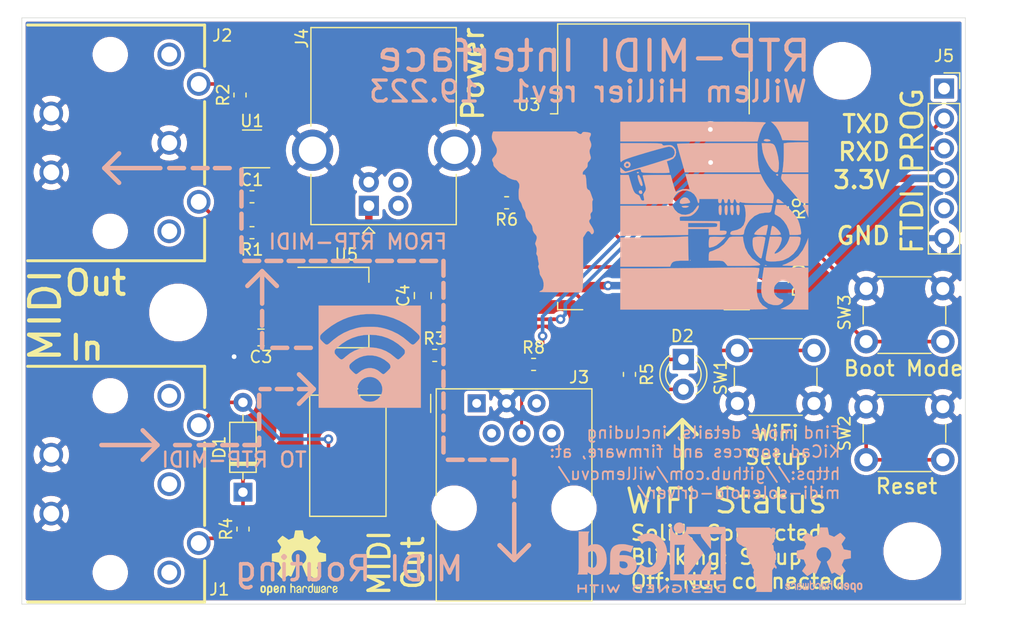
<source format=kicad_pcb>
(kicad_pcb (version 20171130) (host pcbnew "(5.1.2)-2")
  (layers (0 F.Cu signal) (31 B.Cu signal) (34 B.Paste user) (35 F.Paste user) (36 B.SilkS user) (37 F.SilkS user) (38 B.Mask user) (39 F.Mask user) (44 Edge.Cuts user))
  (net 0 "")
  (net 1 +5V)
  (net 2 GND)
  (net 3 +3V3)
  (net 4 "Net-(D1-Pad1)")
  (net 5 "Net-(D1-Pad2)")
  (net 6 /WIFI_STATUS)
  (net 7 "Net-(D2-Pad2)")
  (net 8 "Net-(J1-Pad4)")
  (net 9 "Net-(J2-Pad4)")
  (net 10 "Net-(J2-Pad5)")
  (net 11 "Net-(J3-Pad4)")
  (net 12 /RJ12_MIDI_OUT)
  (net 13 /MIDI_IN)
  (net 14 "Net-(R2-Pad1)")
  (net 15 "Net-(R6-Pad1)")
  (net 16 /RST)
  (net 17 /GPIO0)
  (net 18 "Net-(R10-Pad1)")
  (net 19 /WIFI_CONFIG)
  (net 20 /MIDI_OUT)
  (net 21 "Net-(U1-Pad3)")
  (module Symbol:KiCad-Logo2_5mm_SilkScreen (layer B.Cu) (at 98.4 105.8 180)
    (fp_text reference REF** hide)
    (fp_text value KiCad-Logo2_5mm_SilkScreen hide)
  )
  (module footprints:vtLogo5.7mm (layer B.Cu) (at 107.2 106 180)
    (fp_text reference G*** hide)
    (fp_text value LOGO hide)
  )
  (module footprints:vtLogo15mm (layer B.Cu) (at 89 76.5 180)
    (fp_text reference G*** hide)
    (fp_text value LOGO hide)
  )
  (module Symbol:OSHW-Logo2_7.3x6mm_SilkScreen (layer B.Cu) (at 113 106 180)
    (fp_text reference REF** hide)
    (fp_text value OSHW-Logo2_7.3x6mm_SilkScreen hide)
  )
  (module Symbol:OSHW-Logo2_7.3x6mm_SilkScreen (layer F.Cu) (at 68.5 106.25)
    (fp_text reference REF** hide)
    (fp_text value OSHW-Logo2_7.3x6mm_SilkScreen hide)
  )
  (module footprints:wifi-symbol (layer B.Cu) (at 74.5 88.75 180)
    (fp_text reference G*** hide)
    (fp_text value LOGO hide)
  )
  (module footprints:willemhillier.wordpress-logo (layer B.Cu) (at 103.75 76.75 180)
    (fp_text reference G*** hide)
    (fp_text value LOGO hide)
  )
  (module Button_Switch_THT:SW_PUSH_6mm_H9.5mm (layer F.Cu) (at 105.664 88.222)
    (fp_text reference SW1 (at -1.414 2.278 90) (layer F.SilkS))
    (fp_text value WIFI_CONFIG)
    (pad 2 thru_hole circle (at 0 4.5 90) (size 2 2) (drill 1.1) (layers *.Cu *.Mask) (net 2 GND))
    (pad 1 thru_hole circle (at 0 0 90) (size 2 2) (drill 1.1) (layers *.Cu *.Mask) (net 19 /WIFI_CONFIG))
    (pad 2 thru_hole circle (at 6.5 4.5 90) (size 2 2) (drill 1.1) (layers *.Cu *.Mask) (net 2 GND))
    (pad 1 thru_hole circle (at 6.5 0 90) (size 2 2) (drill 1.1) (layers *.Cu *.Mask) (net 19 /WIFI_CONFIG))
  )
  (module MountingHole:MountingHole_4.3mm_M4 (layer F.Cu) (at 120.5 105.25)
    (fp_text reference REF** hide)
    (fp_text value MountingHole_4.3mm_M4)
    (pad 1 np_thru_hole circle (at 0 0) (size 4.3 4.3) (drill 4.3) (layers *.Cu *.Mask))
  )
  (module MountingHole:MountingHole_4.3mm_M4 (layer F.Cu) (at 114.554 64.5)
    (fp_text reference REF** hide)
    (fp_text value MountingHole_4.3mm_M4)
    (pad 1 np_thru_hole circle (at 0 0) (size 4.3 4.3) (drill 4.3) (layers *.Cu *.Mask))
  )
  (module MountingHole:MountingHole_4.3mm_M4 (layer F.Cu) (at 58.25 85)
    (fp_text reference REF** hide)
    (fp_text value MountingHole_4.3mm_M4)
    (pad 1 np_thru_hole circle (at 0 0) (size 4.3 4.3) (drill 4.3) (layers *.Cu *.Mask))
  )
  (module Capacitor_SMD:C_0603_1608Metric (layer F.Cu) (at 64.516 75.184)
    (fp_text reference C1 (at 0 -1.43) (layer F.SilkS))
    (fp_text value 0.1u)
    (pad 1 smd roundrect (at -0.7875 0) (size 0.875 0.95) (layers F.Cu F.Paste F.Mask) (net 1 +5V))
    (pad 2 smd roundrect (at 0.7875 0) (size 0.875 0.95) (layers F.Cu F.Paste F.Mask) (net 2 GND))
  )
  (module Capacitor_SMD:C_0805_2012Metric (layer F.Cu) (at 65.278 87.122 180)
    (fp_text reference C3 (at 0 -1.65) (layer F.SilkS))
    (fp_text value 10u)
    (pad 2 smd roundrect (at 0.9375 0 180) (size 0.975 1.4) (layers F.Cu F.Paste F.Mask) (net 2 GND))
    (pad 1 smd roundrect (at -0.9375 0 180) (size 0.975 1.4) (layers F.Cu F.Paste F.Mask) (net 1 +5V))
  )
  (module Capacitor_SMD:C_0805_2012Metric (layer F.Cu) (at 78.994 83.566 90)
    (fp_text reference C4 (at 0 -1.65 90) (layer F.SilkS))
    (fp_text value 10u)
    (pad 1 smd roundrect (at -0.9375 0 90) (size 0.975 1.4) (layers F.Cu F.Paste F.Mask) (net 3 +3V3))
    (pad 2 smd roundrect (at 0.9375 0 90) (size 0.975 1.4) (layers F.Cu F.Paste F.Mask) (net 2 GND))
  )
  (module Diode_THT:D_DO-35_SOD27_P7.62mm_Horizontal (layer F.Cu) (at 63.75 100.25 90)
    (fp_text reference D1 (at 3.81 -2 90) (layer F.SilkS))
    (fp_text value 1N914)
    (pad 1 thru_hole rect (at 0 0 90) (size 1.6 1.6) (drill 0.8) (layers *.Cu *.Mask) (net 4 "Net-(D1-Pad1)"))
    (pad 2 thru_hole oval (at 7.62 0 90) (size 1.6 1.6) (drill 0.8) (layers *.Cu *.Mask) (net 5 "Net-(D1-Pad2)"))
  )
  (module LED_THT:LED_D3.0mm (layer F.Cu) (at 101.092 88.984 270)
    (fp_text reference D2 (at -1.984 0.092) (layer F.SilkS))
    (fp_text value LED)
    (pad 1 thru_hole rect (at 0 0 270) (size 1.8 1.8) (drill 0.9) (layers *.Cu *.Mask) (net 6 /WIFI_STATUS))
    (pad 2 thru_hole circle (at 2.54 0 270) (size 1.8 1.8) (drill 0.9) (layers *.Cu *.Mask) (net 7 "Net-(D2-Pad2)"))
  )
  (module footprints:57PC5F_5_DIN_MIDI_GENERIC (layer F.Cu) (at 57.5 99.568)
    (fp_text reference J1 (at 4.25 8.932) (layer F.SilkS))
    (fp_text value MIDI_RX)
    (pad 2 thru_hole circle (at 0 0) (size 2 2) (drill 1.35) (layers *.Cu *.Mask))
    (pad 3 thru_hole circle (at 0 -7.5) (size 2 2) (drill 1.35) (layers *.Cu *.Mask))
    (pad 1 thru_hole circle (at 0 7.5) (size 2 2) (drill 1.35) (layers *.Cu *.Mask))
    (pad 5 thru_hole circle (at 2.5 -5) (size 2 2) (drill 1.35) (layers *.Cu *.Mask) (net 5 "Net-(D1-Pad2)"))
    (pad 4 thru_hole circle (at 2.5 5) (size 2 2) (drill 1.35) (layers *.Cu *.Mask) (net 8 "Net-(J1-Pad4)"))
    (pad GND thru_hole circle (at -10 -2.5) (size 2 2) (drill 1.35) (layers *.Cu *.Mask) (net 2 GND))
    (pad GND thru_hole circle (at -10 2.5) (size 2 2) (drill 1.35) (layers *.Cu *.Mask) (net 2 GND))
    (pad "" np_thru_hole circle (at -5 -7.5 90) (size 2.4 2.4) (drill 2.4) (layers *.Cu *.Mask))
    (pad "" np_thru_hole circle (at -5 7.5) (size 2.4 2.4) (drill 2.4) (layers *.Cu *.Mask))
  )
  (module footprints:57PC5F_5_DIN_MIDI_GENERIC (layer F.Cu) (at 57.5 70.612)
    (fp_text reference J2 (at 4.5 -9.112) (layer F.SilkS))
    (fp_text value MIDI_TX)
    (pad "" np_thru_hole circle (at -5 7.5) (size 2.4 2.4) (drill 2.4) (layers *.Cu *.Mask))
    (pad "" np_thru_hole circle (at -5 -7.5 90) (size 2.4 2.4) (drill 2.4) (layers *.Cu *.Mask))
    (pad GND thru_hole circle (at -10 2.5) (size 2 2) (drill 1.35) (layers *.Cu *.Mask) (net 2 GND))
    (pad GND thru_hole circle (at -10 -2.5) (size 2 2) (drill 1.35) (layers *.Cu *.Mask) (net 2 GND))
    (pad 4 thru_hole circle (at 2.5 5) (size 2 2) (drill 1.35) (layers *.Cu *.Mask) (net 9 "Net-(J2-Pad4)"))
    (pad 5 thru_hole circle (at 2.5 -5) (size 2 2) (drill 1.35) (layers *.Cu *.Mask) (net 10 "Net-(J2-Pad5)"))
    (pad 1 thru_hole circle (at 0 7.5) (size 2 2) (drill 1.35) (layers *.Cu *.Mask))
    (pad 3 thru_hole circle (at 0 -7.5) (size 2 2) (drill 1.35) (layers *.Cu *.Mask))
    (pad 2 thru_hole circle (at 0 0) (size 2 2) (drill 1.35) (layers *.Cu *.Mask) (net 2 GND))
  )
  (module footprints:RJ12_Amphenol_54601 (layer F.Cu) (at 83.566 92.71)
    (fp_text reference J3 (at 8.684 -2.21 180) (layer F.SilkS))
    (fp_text value 6P6C)
    (pad "" np_thru_hole circle (at 8.25 8.89) (size 3.25 3.25) (drill 3.25) (layers *.Cu *.Mask))
    (pad 6 thru_hole circle (at 6.35 2.54) (size 1.52 1.52) (drill 0.76) (layers *.Cu *.Mask))
    (pad 5 thru_hole circle (at 5.08 0) (size 1.52 1.52) (drill 0.76) (layers *.Cu *.Mask))
    (pad 4 thru_hole circle (at 3.81 2.54) (size 1.52 1.52) (drill 0.76) (layers *.Cu *.Mask) (net 11 "Net-(J3-Pad4)"))
    (pad 3 thru_hole circle (at 2.54 0) (size 1.52 1.52) (drill 0.76) (layers *.Cu *.Mask) (net 2 GND))
    (pad 2 thru_hole circle (at 1.27 2.54) (size 1.52 1.52) (drill 0.76) (layers *.Cu *.Mask))
    (pad "" np_thru_hole circle (at -1.91 8.89) (size 3.25 3.25) (drill 3.25) (layers *.Cu *.Mask))
    (pad 1 thru_hole rect (at 0 0) (size 1.52 1.52) (drill 0.76) (layers *.Cu *.Mask))
  )
  (module Connector_USB:USB_B_OST_USB-B1HSxx_Horizontal (layer F.Cu) (at 74.422 75.946 90)
    (fp_text reference J4 (at 14.196 -5.672 90) (layer F.SilkS))
    (fp_text value USB_B)
    (pad 1 thru_hole rect (at 0 0 90) (size 1.7 1.7) (drill 0.92) (layers *.Cu *.Mask) (net 1 +5V))
    (pad 2 thru_hole circle (at 0 2.5 90) (size 1.7 1.7) (drill 0.92) (layers *.Cu *.Mask))
    (pad 3 thru_hole circle (at 2 2.5 90) (size 1.7 1.7) (drill 0.92) (layers *.Cu *.Mask))
    (pad 4 thru_hole circle (at 2 0 90) (size 1.7 1.7) (drill 0.92) (layers *.Cu *.Mask) (net 2 GND))
    (pad 5 thru_hole circle (at 4.71 -4.77 90) (size 3.5 3.5) (drill 2.33) (layers *.Cu *.Mask) (net 2 GND))
    (pad 5 thru_hole circle (at 4.71 7.27 90) (size 3.5 3.5) (drill 2.33) (layers *.Cu *.Mask) (net 2 GND))
  )
  (module Connector_PinSocket_2.54mm:PinSocket_1x06_P2.54mm_Vertical (layer F.Cu) (at 123.19 66)
    (fp_text reference J5 (at 0 -2.77) (layer F.SilkS))
    (fp_text value FTDI)
    (pad 1 thru_hole rect (at 0 0) (size 1.7 1.7) (drill 1) (layers *.Cu *.Mask))
    (pad 2 thru_hole oval (at 0 2.54) (size 1.7 1.7) (drill 1) (layers *.Cu *.Mask) (net 12 /RJ12_MIDI_OUT))
    (pad 3 thru_hole oval (at 0 5.08) (size 1.7 1.7) (drill 1) (layers *.Cu *.Mask) (net 13 /MIDI_IN))
    (pad 4 thru_hole oval (at 0 7.62) (size 1.7 1.7) (drill 1) (layers *.Cu *.Mask) (net 3 +3V3))
    (pad 5 thru_hole oval (at 0 10.16) (size 1.7 1.7) (drill 1) (layers *.Cu *.Mask))
    (pad 6 thru_hole oval (at 0 12.7) (size 1.7 1.7) (drill 1) (layers *.Cu *.Mask) (net 2 GND))
  )
  (module Resistor_SMD:R_0603_1608Metric (layer F.Cu) (at 64.516 78.232 180)
    (fp_text reference R1 (at 0 -1.43) (layer F.SilkS))
    (fp_text value 220)
    (pad 2 smd roundrect (at 0.7875 0 180) (size 0.875 0.95) (layers F.Cu F.Paste F.Mask) (net 9 "Net-(J2-Pad4)"))
    (pad 1 smd roundrect (at -0.7875 0 180) (size 0.875 0.95) (layers F.Cu F.Paste F.Mask) (net 1 +5V))
  )
  (module Resistor_SMD:R_0603_1608Metric (layer F.Cu) (at 63.5 66.548 90)
    (fp_text reference R2 (at 0 -1.43 90) (layer F.SilkS))
    (fp_text value 220)
    (pad 1 smd roundrect (at -0.7875 0 90) (size 0.875 0.95) (layers F.Cu F.Paste F.Mask) (net 14 "Net-(R2-Pad1)"))
    (pad 2 smd roundrect (at 0.7875 0 90) (size 0.875 0.95) (layers F.Cu F.Paste F.Mask) (net 10 "Net-(J2-Pad5)"))
  )
  (module Resistor_SMD:R_0603_1608Metric (layer F.Cu) (at 80.01 88.646)
    (fp_text reference R3 (at 0 -1.43) (layer F.SilkS))
    (fp_text value 470)
    (pad 2 smd roundrect (at 0.7875 0) (size 0.875 0.95) (layers F.Cu F.Paste F.Mask) (net 13 /MIDI_IN))
    (pad 1 smd roundrect (at -0.7875 0) (size 0.875 0.95) (layers F.Cu F.Paste F.Mask) (net 3 +3V3))
  )
  (module Resistor_SMD:R_0603_1608Metric (layer F.Cu) (at 63.754 103.378 90)
    (fp_text reference R4 (at 0 -1.43 90) (layer F.SilkS))
    (fp_text value 1k)
    (pad 1 smd roundrect (at -0.7875 0 90) (size 0.875 0.95) (layers F.Cu F.Paste F.Mask) (net 8 "Net-(J1-Pad4)"))
    (pad 2 smd roundrect (at 0.7875 0 90) (size 0.875 0.95) (layers F.Cu F.Paste F.Mask) (net 4 "Net-(D1-Pad1)"))
  )
  (module Resistor_SMD:R_0603_1608Metric (layer F.Cu) (at 96.52 90.254 270)
    (fp_text reference R5 (at 0 -1.48 90) (layer F.SilkS))
    (fp_text value 1k)
    (pad 2 smd roundrect (at 0.7875 0 270) (size 0.875 0.95) (layers F.Cu F.Paste F.Mask) (net 7 "Net-(D2-Pad2)"))
    (pad 1 smd roundrect (at -0.7875 0 270) (size 0.875 0.95) (layers F.Cu F.Paste F.Mask) (net 3 +3V3))
  )
  (module Resistor_SMD:R_0603_1608Metric (layer F.Cu) (at 86.106 75.692 180)
    (fp_text reference R6 (at 0 -1.43) (layer F.SilkS))
    (fp_text value 10k)
    (pad 1 smd roundrect (at -0.7875 0 180) (size 0.875 0.95) (layers F.Cu F.Paste F.Mask) (net 15 "Net-(R6-Pad1)"))
    (pad 2 smd roundrect (at 0.7875 0 180) (size 0.875 0.95) (layers F.Cu F.Paste F.Mask) (net 3 +3V3))
  )
  (module Resistor_SMD:R_0603_1608Metric (layer F.Cu) (at 86.106 72.644)
    (fp_text reference R7 (at 0 -1.43) (layer F.SilkS))
    (fp_text value 10k)
    (pad 2 smd roundrect (at 0.7875 0) (size 0.875 0.95) (layers F.Cu F.Paste F.Mask) (net 16 /RST))
    (pad 1 smd roundrect (at -0.7875 0) (size 0.875 0.95) (layers F.Cu F.Paste F.Mask) (net 3 +3V3))
  )
  (module Resistor_SMD:R_0603_1608Metric (layer F.Cu) (at 88.392 89.408)
    (fp_text reference R8 (at 0 -1.43) (layer F.SilkS))
    (fp_text value 330)
    (pad 1 smd roundrect (at -0.7875 0) (size 0.875 0.95) (layers F.Cu F.Paste F.Mask) (net 11 "Net-(J3-Pad4)"))
    (pad 2 smd roundrect (at 0.7875 0) (size 0.875 0.95) (layers F.Cu F.Paste F.Mask) (net 12 /RJ12_MIDI_OUT))
  )
  (module Resistor_SMD:R_0603_1608Metric (layer F.Cu) (at 109.474 76.2 270)
    (fp_text reference R9 (at 0 -1.43 90) (layer F.SilkS))
    (fp_text value 10k)
    (pad 2 smd roundrect (at 0.7875 0 270) (size 0.875 0.95) (layers F.Cu F.Paste F.Mask) (net 17 /GPIO0))
    (pad 1 smd roundrect (at -0.7875 0 270) (size 0.875 0.95) (layers F.Cu F.Paste F.Mask) (net 3 +3V3))
  )
  (module Resistor_SMD:R_0603_1608Metric (layer F.Cu) (at 109.474 82.296 270)
    (fp_text reference R10 (at 0 -1.43 90) (layer F.SilkS))
    (fp_text value 10k)
    (pad 1 smd roundrect (at -0.7875 0 270) (size 0.875 0.95) (layers F.Cu F.Paste F.Mask) (net 18 "Net-(R10-Pad1)"))
    (pad 2 smd roundrect (at 0.7875 0 270) (size 0.875 0.95) (layers F.Cu F.Paste F.Mask) (net 2 GND))
  )
  (module Button_Switch_THT:SW_PUSH_6mm_H9.5mm (layer F.Cu) (at 116.586 93)
    (fp_text reference SW2 (at -1.836 2.25 90) (layer F.SilkS))
    (fp_text value RESET)
    (pad 2 thru_hole circle (at 0 4.5 90) (size 2 2) (drill 1.1) (layers *.Cu *.Mask) (net 16 /RST))
    (pad 1 thru_hole circle (at 0 0 90) (size 2 2) (drill 1.1) (layers *.Cu *.Mask) (net 2 GND))
    (pad 2 thru_hole circle (at 6.5 4.5 90) (size 2 2) (drill 1.1) (layers *.Cu *.Mask) (net 16 /RST))
    (pad 1 thru_hole circle (at 6.5 0 90) (size 2 2) (drill 1.1) (layers *.Cu *.Mask) (net 2 GND))
  )
  (module Button_Switch_THT:SW_PUSH_6mm_H9.5mm (layer F.Cu) (at 116.586 82.972)
    (fp_text reference SW3 (at -1.836 2.028 90) (layer F.SilkS))
    (fp_text value BOOT_MODE)
    (pad 1 thru_hole circle (at 6.5 0 90) (size 2 2) (drill 1.1) (layers *.Cu *.Mask) (net 2 GND))
    (pad 2 thru_hole circle (at 6.5 4.5 90) (size 2 2) (drill 1.1) (layers *.Cu *.Mask) (net 17 /GPIO0))
    (pad 1 thru_hole circle (at 0 0 90) (size 2 2) (drill 1.1) (layers *.Cu *.Mask) (net 2 GND))
    (pad 2 thru_hole circle (at 0 4.5 90) (size 2 2) (drill 1.1) (layers *.Cu *.Mask) (net 17 /GPIO0))
  )
  (module Package_DIP:SMDIP-8_W9.53mm (layer F.Cu) (at 72.644 97.155)
    (fp_text reference U2 (at 0 -6.14) (layer F.SilkS))
    (fp_text value 6N138)
    (pad 1 smd rect (at -4.765 -3.81) (size 2 1.78) (layers F.Cu F.Paste F.Mask))
    (pad 5 smd rect (at 4.765 3.81) (size 2 1.78) (layers F.Cu F.Paste F.Mask) (net 2 GND))
    (pad 2 smd rect (at -4.765 -1.27) (size 2 1.78) (layers F.Cu F.Paste F.Mask) (net 4 "Net-(D1-Pad1)"))
    (pad 6 smd rect (at 4.765 1.27) (size 2 1.78) (layers F.Cu F.Paste F.Mask) (net 13 /MIDI_IN))
    (pad 3 smd rect (at -4.765 1.27) (size 2 1.78) (layers F.Cu F.Paste F.Mask) (net 5 "Net-(D1-Pad2)"))
    (pad 7 smd rect (at 4.765 -1.27) (size 2 1.78) (layers F.Cu F.Paste F.Mask))
    (pad 4 smd rect (at -4.765 3.81) (size 2 1.78) (layers F.Cu F.Paste F.Mask))
    (pad 8 smd rect (at 4.765 -3.81) (size 2 1.78) (layers F.Cu F.Paste F.Mask) (net 3 +3V3))
  )
  (module RF_Module:ESP-12E (layer F.Cu) (at 98.552 72.644)
    (fp_text reference U3 (at -10.56 -5.26) (layer F.SilkS))
    (fp_text value ESP-12F)
    (pad 1 smd rect (at -7.6 -3.5) (size 2.5 1) (layers F.Cu F.Paste F.Mask) (net 16 /RST))
    (pad 2 smd rect (at -7.6 -1.5) (size 2.5 1) (layers F.Cu F.Paste F.Mask))
    (pad 3 smd rect (at -7.6 0.5) (size 2.5 1) (layers F.Cu F.Paste F.Mask) (net 15 "Net-(R6-Pad1)"))
    (pad 4 smd rect (at -7.6 2.5) (size 2.5 1) (layers F.Cu F.Paste F.Mask))
    (pad 5 smd rect (at -7.6 4.5) (size 2.5 1) (layers F.Cu F.Paste F.Mask) (net 19 /WIFI_CONFIG))
    (pad 6 smd rect (at -7.6 6.5) (size 2.5 1) (layers F.Cu F.Paste F.Mask))
    (pad 7 smd rect (at -7.6 8.5) (size 2.5 1) (layers F.Cu F.Paste F.Mask) (net 6 /WIFI_STATUS))
    (pad 8 smd rect (at -7.6 10.5) (size 2.5 1) (layers F.Cu F.Paste F.Mask) (net 3 +3V3))
    (pad 9 smd rect (at -5 12) (size 1 1.8) (layers F.Cu F.Paste F.Mask))
    (pad 10 smd rect (at -3 12) (size 1 1.8) (layers F.Cu F.Paste F.Mask))
    (pad 11 smd rect (at -1 12) (size 1 1.8) (layers F.Cu F.Paste F.Mask))
    (pad 12 smd rect (at 1 12) (size 1 1.8) (layers F.Cu F.Paste F.Mask))
    (pad 13 smd rect (at 3 12) (size 1 1.8) (layers F.Cu F.Paste F.Mask))
    (pad 14 smd rect (at 5 12) (size 1 1.8) (layers F.Cu F.Paste F.Mask))
    (pad 15 smd rect (at 7.6 10.5) (size 2.5 1) (layers F.Cu F.Paste F.Mask) (net 2 GND))
    (pad 16 smd rect (at 7.6 8.5) (size 2.5 1) (layers F.Cu F.Paste F.Mask) (net 18 "Net-(R10-Pad1)"))
    (pad 17 smd rect (at 7.6 6.5) (size 2.5 1) (layers F.Cu F.Paste F.Mask) (net 20 /MIDI_OUT))
    (pad 18 smd rect (at 7.6 4.5) (size 2.5 1) (layers F.Cu F.Paste F.Mask) (net 17 /GPIO0))
    (pad 19 smd rect (at 7.6 2.5) (size 2.5 1) (layers F.Cu F.Paste F.Mask))
    (pad 20 smd rect (at 7.6 0.5) (size 2.5 1) (layers F.Cu F.Paste F.Mask))
    (pad 21 smd rect (at 7.6 -1.5) (size 2.5 1) (layers F.Cu F.Paste F.Mask) (net 13 /MIDI_IN))
    (pad 22 smd rect (at 7.6 -3.5) (size 2.5 1) (layers F.Cu F.Paste F.Mask) (net 12 /RJ12_MIDI_OUT))
  )
  (module Package_TO_SOT_SMD:SOT-223-3_TabPin2 (layer F.Cu) (at 72.517 84.582)
    (fp_text reference U5 (at 0 -4.5) (layer F.SilkS))
    (fp_text value AZ1117-3.3)
    (pad 2 smd rect (at 3.15 0) (size 2 3.8) (layers F.Cu F.Paste F.Mask) (net 3 +3V3))
    (pad 2 smd rect (at -3.15 0) (size 2 1.5) (layers F.Cu F.Paste F.Mask) (net 3 +3V3))
    (pad 3 smd rect (at -3.15 2.3) (size 2 1.5) (layers F.Cu F.Paste F.Mask) (net 1 +5V))
    (pad 1 smd rect (at -3.15 -2.3) (size 2 1.5) (layers F.Cu F.Paste F.Mask) (net 2 GND))
  )
  (module Package_SO:TSOP-6_1.65x3.05mm_P0.95mm (layer F.Cu) (at 64.516 71.12 180)
    (fp_text reference U1 (at 0 2.37) (layer F.SilkS))
    (fp_text value 74HC2G04)
    (pad 1 smd rect (at -1.16 -0.95 180) (size 0.7 0.51) (layers F.Cu F.Paste F.Mask) (net 20 /MIDI_OUT))
    (pad 2 smd rect (at -1.16 0 180) (size 0.7 0.51) (layers F.Cu F.Paste F.Mask) (net 2 GND))
    (pad 3 smd rect (at -1.16 0.95 180) (size 0.7 0.51) (layers F.Cu F.Paste F.Mask) (net 21 "Net-(U1-Pad3)"))
    (pad 4 smd rect (at 1.16 0.95 180) (size 0.7 0.51) (layers F.Cu F.Paste F.Mask) (net 14 "Net-(R2-Pad1)"))
    (pad 5 smd rect (at 1.16 0 180) (size 0.7 0.51) (layers F.Cu F.Paste F.Mask) (net 1 +5V))
    (pad 6 smd rect (at 1.16 -0.95 180) (size 0.7 0.51) (layers F.Cu F.Paste F.Mask) (net 21 "Net-(U1-Pad3)"))
  )
  (gr_text "Find more details, including \nKiCad sources and firmware, at:" (at 114.5 96) (layer B.SilkS) (effects (font (size 1 1)) (justify left mirror)))
  (gr_text "https://github.com/willemcvu/\nmidi-solenoid-driver/" (at 114.5 99.5) (layer B.SilkS) (effects (font (size 1 1)) (justify left mirror)))
  (gr_text "MIDI Routing" (at 72.75 106.75) (layer B.SilkS) (effects (font (size 2.032 2.032) (thickness 0.3048)) (justify mirror)))
  (gr_line (start 65.25 91.5) (end 66 91.5) (layer B.SilkS) (width 0.381))
  (gr_line (start 65.125 96.25) (end 65.125 95.625) (layer B.SilkS) (width 0.381))
  (gr_line (start 65.125 94.875) (end 65.125 93.625) (layer B.SilkS) (width 0.381))
  (gr_line (start 65.125 93) (end 65.125 92) (layer B.SilkS) (width 0.381))
  (gr_line (start 69.5 88) (end 68.25 88) (layer B.SilkS) (width 0.381))
  (gr_line (start 65.375 88) (end 65.375 86.75) (layer B.SilkS) (width 0.381))
  (gr_line (start 67.5 88) (end 66.25 88) (layer B.SilkS) (width 0.381))
  (gr_line (start 65.375 86.125) (end 65.375 84.875) (layer B.SilkS) (width 0.381))
  (gr_text "TO RTP-MIDI" (at 63 97.5) (layer B.SilkS) (effects (font (size 1.27 1.27) (thickness 0.2032)) (justify mirror)))
  (gr_text "FROM RTP-MIDI" (at 73.5 79) (layer B.SilkS) (effects (font (size 1.27 1.27) (thickness 0.2032)) (justify mirror)))
  (gr_line (start 65.75 80.625) (end 67 80.625) (layer B.SilkS) (width 0.381))
  (gr_line (start 63.875 80.625) (end 65.125 80.625) (layer B.SilkS) (width 0.381))
  (gr_line (start 63.625 77.875) (end 63.625 76.625) (layer B.SilkS) (width 0.381))
  (gr_line (start 63.625 76) (end 63.625 74.75) (layer B.SilkS) (width 0.381))
  (gr_line (start 63.625 74.125) (end 63.625 72.875) (layer B.SilkS) (width 0.381))
  (gr_line (start 63.625 79.875) (end 63.625 78.625) (layer B.SilkS) (width 0.381))
  (gr_line (start 65.375 81.5) (end 64.125 82.75) (layer B.SilkS) (width 0.381))
  (gr_line (start 65.375 81.5) (end 66.625 82.75) (layer B.SilkS) (width 0.381))
  (gr_line (start 69.75 91.5) (end 68.5 90.25) (layer B.SilkS) (width 0.381))
  (gr_line (start 69.75 91.5) (end 68.5 92.75) (layer B.SilkS) (width 0.381))
  (gr_line (start 65.375 81.5) (end 65.375 84.25) (layer B.SilkS) (width 0.381))
  (gr_line (start 67.625 80.625) (end 68.875 80.625) (layer B.SilkS) (width 0.381))
  (gr_line (start 75.125 80.625) (end 76.375 80.625) (layer B.SilkS) (width 0.381))
  (gr_line (start 73.25 80.625) (end 74.5 80.625) (layer B.SilkS) (width 0.381))
  (gr_line (start 78.875 80.625) (end 80.125 80.625) (layer B.SilkS) (width 0.381))
  (gr_line (start 77 80.625) (end 78.25 80.625) (layer B.SilkS) (width 0.381))
  (gr_line (start 71.375 80.625) (end 72.625 80.625) (layer B.SilkS) (width 0.381))
  (gr_line (start 69.5 80.625) (end 70.75 80.625) (layer B.SilkS) (width 0.381))
  (gr_line (start 80.75 82.5) (end 80.75 83.75) (layer B.SilkS) (width 0.381))
  (gr_line (start 80.75 80.625) (end 80.75 81.875) (layer B.SilkS) (width 0.381))
  (gr_line (start 80.75 84.375) (end 80.75 85.625) (layer B.SilkS) (width 0.381))
  (gr_line (start 59.5 72.75) (end 60.75 72.75) (layer B.SilkS) (width 0.381))
  (gr_line (start 57.5 72.75) (end 58.75 72.75) (layer B.SilkS) (width 0.381))
  (gr_line (start 61.375 72.75) (end 62.625 72.75) (layer B.SilkS) (width 0.381))
  (gr_line (start 58 96.25) (end 59.25 96.25) (layer B.SilkS) (width 0.381))
  (gr_line (start 80.75 87.5) (end 80.75 86.25) (layer B.SilkS) (width 0.381))
  (gr_line (start 80.75 89.375) (end 80.75 88.125) (layer B.SilkS) (width 0.381))
  (gr_line (start 80.75 91.25) (end 80.75 90) (layer B.SilkS) (width 0.381))
  (gr_line (start 80.75 93.125) (end 80.75 91.875) (layer B.SilkS) (width 0.381))
  (gr_line (start 82.375 97.5) (end 81.125 97.5) (layer B.SilkS) (width 0.381))
  (gr_line (start 84.25 97.5) (end 83 97.5) (layer B.SilkS) (width 0.381))
  (gr_line (start 86.125 97.5) (end 84.875 97.5) (layer B.SilkS) (width 0.381))
  (gr_line (start 80.75 96.875) (end 80.75 95.625) (layer B.SilkS) (width 0.381))
  (gr_line (start 80.75 95) (end 80.75 93.75) (layer B.SilkS) (width 0.381))
  (gr_line (start 86.75 98.75) (end 86.75 97.5) (layer B.SilkS) (width 0.381))
  (gr_line (start 86.75 100.625) (end 86.75 99.375) (layer B.SilkS) (width 0.381))
  (gr_line (start 63.875 96.25) (end 65.125 96.25) (layer B.SilkS) (width 0.381))
  (gr_line (start 68.5 91.5) (end 69.75 91.5) (layer B.SilkS) (width 0.381))
  (gr_line (start 66.625 91.5) (end 67.875 91.5) (layer B.SilkS) (width 0.381))
  (gr_line (start 62 96.25) (end 63.25 96.25) (layer B.SilkS) (width 0.381))
  (gr_line (start 60 96.25) (end 61.25 96.25) (layer B.SilkS) (width 0.381))
  (gr_line (start 86.75 106) (end 88 104.75) (layer B.SilkS) (width 0.381))
  (gr_line (start 86.75 106) (end 85.5 104.75) (layer B.SilkS) (width 0.381))
  (gr_line (start 86.75 101.25) (end 86.75 106) (layer B.SilkS) (width 0.381))
  (gr_line (start 56.5 96.25) (end 55.25 97.5) (layer B.SilkS) (width 0.381))
  (gr_line (start 56.5 96.25) (end 55.25 95) (layer B.SilkS) (width 0.381))
  (gr_line (start 51.75 96.25) (end 56.5 96.25) (layer B.SilkS) (width 0.381))
  (gr_line (start 52 72.75) (end 53.25 71.5) (layer B.SilkS) (width 0.381))
  (gr_line (start 52 72.75) (end 53.25 74) (layer B.SilkS) (width 0.381))
  (gr_line (start 56.75 72.75) (end 52 72.75) (layer B.SilkS) (width 0.381))
  (gr_text "Willem Hillier rev1  19.223" (at 93 66.25) (layer B.SilkS) (effects (font (size 1.778 1.778) (thickness 0.2794)) (justify mirror)))
  (gr_text "RTP-MIDI Interface" (at 93.5 63.25) (layer B.SilkS) (effects (font (size 2.54 2.54) (thickness 0.3556)) (justify mirror)))
  (gr_text Power (at 83.25 64.75 90) (layer F.SilkS) (effects (font (size 1.778 1.778) (thickness 0.2794))))
  (gr_line (start 101 94.1) (end 102.25 95.35) (layer F.SilkS) (width 0.3048))
  (gr_line (start 101 94.1) (end 99.75 95.35) (layer F.SilkS) (width 0.3048))
  (gr_line (start 101 98.25) (end 101 94.2) (layer F.SilkS) (width 0.3048))
  (gr_text "Solid: Connected\nBlinking: Setup\nOff: Not connected" (at 96.5 105.75) (layer F.SilkS) (effects (font (size 1.27 1.27) (thickness 0.2032)) (justify left)))
  (gr_text "WiFi\nSetup" (at 109 96.25) (layer F.SilkS) (effects (font (size 1.27 1.27) (thickness 0.2032))))
  (gr_text "WiFi Status" (at 104.75 101) (layer F.SilkS) (effects (font (size 2.032 2.032) (thickness 0.254))))
  (gr_text Reset (at 120 99.75) (layer F.SilkS) (effects (font (size 1.27 1.27) (thickness 0.2032))))
  (gr_text "Boot Mode" (at 119.75 89.75) (layer F.SilkS) (effects (font (size 1.27 1.27) (thickness 0.2032))))
  (gr_text "MIDI\nOut" (at 76.75 106.25 90) (layer F.SilkS) (effects (font (size 1.778 1.778) (thickness 0.2794))))
  (gr_text "FTDI PROG" (at 120.5 73 90) (layer F.SilkS) (effects (font (size 1.778 1.778) (thickness 0.254))))
  (gr_text "TXD\nRXD\n3.3V\n\nGND" (at 118.75 73.75) (layer F.SilkS) (effects (font (size 1.4732 1.4732) (thickness 0.254)) (justify right)))
  (gr_text MIDI (at 47 85.25 90) (layer F.SilkS) (effects (font (size 2.54 2.54) (thickness 0.3556))))
  (gr_text In (at 50.5 88) (layer F.SilkS) (effects (font (size 2.032 2.032) (thickness 0.3556))))
  (gr_text Out (at 51.25 82.5) (layer F.SilkS) (effects (font (size 2.032 2.032) (thickness 0.3556))))
  (gr_line (start 45 109.75) (end 45 60) (layer Edge.Cuts) (width 0.05))
  (gr_line (start 125 109.75) (end 45 109.75) (layer Edge.Cuts) (width 0.05))
  (gr_line (start 125 60) (end 125 109.75) (layer Edge.Cuts) (width 0.05))
  (gr_line (start 45 60) (end 125 60) (layer Edge.Cuts) (width 0.05))
  (segment (start 63.266888 74.722388) (end 63.7285 75.184) (width 0.635) (layer F.Cu) (net 1))
  (segment (start 62.488499 73.943999) (end 63.266888 74.722388) (width 0.635) (layer F.Cu) (net 1))
  (segment (start 62.488499 71.400999) (end 62.488499 73.943999) (width 0.635) (layer F.Cu) (net 1))
  (segment (start 62.769498 71.12) (end 62.488499 71.400999) (width 0.635) (layer F.Cu) (net 1))
  (segment (start 63.356 71.12) (end 62.769498 71.12) (width 0.635) (layer F.Cu) (net 1))
  (segment (start 63.7285 76.657) (end 65.3035 78.232) (width 0.635) (layer F.Cu) (net 1))
  (segment (start 63.7285 75.184) (end 63.7285 76.657) (width 0.635) (layer F.Cu) (net 1))
  (segment (start 74.422 77.431) (end 74.422 75.946) (width 0.635) (layer F.Cu) (net 1))
  (segment (start 73.621 78.232) (end 74.422 77.431) (width 0.635) (layer F.Cu) (net 1))
  (segment (start 65.3035 78.232) (end 73.621 78.232) (width 0.635) (layer F.Cu) (net 1))
  (segment (start 69.127 87.122) (end 69.367 86.882) (width 0.635) (layer F.Cu) (net 1))
  (segment (start 66.2155 87.122) (end 69.127 87.122) (width 0.635) (layer F.Cu) (net 1))
  (segment (start 66.2155 83.5345) (end 66.2155 87.122) (width 0.635) (layer F.Cu) (net 1))
  (segment (start 65.3035 78.232) (end 65.3035 82.6225) (width 0.635) (layer F.Cu) (net 1))
  (segment (start 65.3035 82.6225) (end 66.2155 83.5345) (width 0.635) (layer F.Cu) (net 1))
  (via (at 63 88.75) (size 0.8) (drill 0.4) (layers F.Cu B.Cu) (net 2))
  (segment (start 69.367 84.582) (end 75.667 84.582) (width 0.635) (layer F.Cu) (net 3))
  (segment (start 78.9155 84.582) (end 78.994 84.5035) (width 0.635) (layer F.Cu) (net 3))
  (segment (start 75.667 84.582) (end 78.9155 84.582) (width 0.635) (layer F.Cu) (net 3))
  (segment (start 77.409 90.4595) (end 79.2225 88.646) (width 0.635) (layer F.Cu) (net 3))
  (segment (start 77.409 93.345) (end 77.409 90.4595) (width 0.635) (layer F.Cu) (net 3))
  (segment (start 79.2225 84.732) (end 78.994 84.5035) (width 0.635) (layer F.Cu) (net 3))
  (segment (start 79.2225 88.646) (end 79.2225 84.732) (width 0.635) (layer F.Cu) (net 3))
  (segment (start 78.994 84.5035) (end 83.9965 84.5035) (width 0.635) (layer F.Cu) (net 3))
  (segment (start 85.356 83.144) (end 90.952 83.144) (width 0.635) (layer F.Cu) (net 3))
  (segment (start 83.9965 84.5035) (end 85.356 83.144) (width 0.635) (layer F.Cu) (net 3))
  (segment (start 85.3185 83.1065) (end 85.3185 75.692) (width 0.635) (layer F.Cu) (net 3))
  (segment (start 85.356 83.144) (end 85.3185 83.1065) (width 0.635) (layer F.Cu) (net 3))
  (segment (start 85.3185 72.644) (end 85.3185 75.692) (width 0.635) (layer F.Cu) (net 3))
  (via (at 94.7 82.725) (size 0.8) (drill 0.4) (layers F.Cu B.Cu) (net 3))
  (segment (start 94.7 82.725) (end 92.875 82.725) (width 0.635) (layer F.Cu) (net 3))
  (segment (start 92.875 82.725) (end 92.625 82.975) (width 0.635) (layer F.Cu) (net 3))
  (segment (start 91.121 82.975) (end 90.952 83.144) (width 0.635) (layer F.Cu) (net 3))
  (segment (start 92.625 82.975) (end 91.121 82.975) (width 0.635) (layer F.Cu) (net 3))
  (segment (start 95.945 89.4665) (end 96.52 89.4665) (width 0.3048) (layer F.Cu) (net 3))
  (segment (start 92.5068 83.9488) (end 92.5068 86.0283) (width 0.3048) (layer F.Cu) (net 3))
  (segment (start 91.702 83.144) (end 92.5068 83.9488) (width 0.3048) (layer F.Cu) (net 3))
  (segment (start 90.952 83.144) (end 91.702 83.144) (width 0.3048) (layer F.Cu) (net 3))
  (segment (start 92.5068 86.0283) (end 95.945 89.4665) (width 0.3048) (layer F.Cu) (net 3))
  (segment (start 111.2665 73.62) (end 123.19 73.62) (width 0.635) (layer F.Cu) (net 3))
  (segment (start 109.474 75.4125) (end 111.2665 73.62) (width 0.635) (layer F.Cu) (net 3))
  (segment (start 120.58 73.62) (end 123.19 73.62) (width 0.635) (layer B.Cu) (net 3))
  (segment (start 94.7 82.725) (end 111.475 82.725) (width 0.635) (layer B.Cu) (net 3))
  (segment (start 111.475 82.725) (end 120.58 73.62) (width 0.635) (layer B.Cu) (net 3))
  (segment (start 63.754 100.254) (end 63.75 100.25) (width 0.3048) (layer F.Cu) (net 4))
  (segment (start 63.754 102.5905) (end 63.754 100.254) (width 0.3048) (layer F.Cu) (net 4))
  (segment (start 67.0102 95.885) (end 67.879 95.885) (width 0.3048) (layer F.Cu) (net 4))
  (segment (start 63.75 99.1452) (end 67.0102 95.885) (width 0.3048) (layer F.Cu) (net 4))
  (segment (start 63.75 100.25) (end 63.75 99.1452) (width 0.3048) (layer F.Cu) (net 4))
  (segment (start 61.938 92.63) (end 63.75 92.63) (width 0.3048) (layer F.Cu) (net 5))
  (segment (start 60 94.568) (end 61.938 92.63) (width 0.3048) (layer F.Cu) (net 5))
  (segment (start 69.1838 98.425) (end 71 96.6088) (width 0.3048) (layer F.Cu) (net 5))
  (segment (start 67.879 98.425) (end 69.1838 98.425) (width 0.3048) (layer F.Cu) (net 5))
  (segment (start 71 96.6088) (end 71 95.75) (width 0.3048) (layer F.Cu) (net 5))
  (via (at 71 95.75) (size 0.8) (drill 0.4) (layers F.Cu B.Cu) (net 5))
  (segment (start 66.87 95.75) (end 71 95.75) (width 0.3048) (layer B.Cu) (net 5))
  (segment (start 63.75 92.63) (end 66.87 95.75) (width 0.3048) (layer B.Cu) (net 5))
  (segment (start 99.8872 88.984) (end 101.092 88.984) (width 0.3048) (layer F.Cu) (net 6))
  (segment (start 98.55 87.6468) (end 99.8872 88.984) (width 0.3048) (layer F.Cu) (net 6))
  (segment (start 98.55 83.607678) (end 98.55 87.6468) (width 0.3048) (layer F.Cu) (net 6))
  (segment (start 90.952 81.144) (end 96.086322 81.144) (width 0.3048) (layer F.Cu) (net 6))
  (segment (start 96.086322 81.144) (end 98.55 83.607678) (width 0.3048) (layer F.Cu) (net 6))
  (segment (start 97.0025 91.524) (end 101.092 91.524) (width 0.3048) (layer F.Cu) (net 7))
  (segment (start 96.52 91.0415) (end 97.0025 91.524) (width 0.3048) (layer F.Cu) (net 7))
  (segment (start 60.4025 104.1655) (end 60 104.568) (width 0.3048) (layer F.Cu) (net 8))
  (segment (start 63.754 104.1655) (end 60.4025 104.1655) (width 0.3048) (layer F.Cu) (net 8))
  (segment (start 62.62 78.232) (end 63.7285 78.232) (width 0.3048) (layer F.Cu) (net 9))
  (segment (start 60 75.612) (end 62.62 78.232) (width 0.3048) (layer F.Cu) (net 9))
  (segment (start 63.3515 65.612) (end 63.5 65.7605) (width 0.3048) (layer F.Cu) (net 10))
  (segment (start 60 65.612) (end 63.3515 65.612) (width 0.3048) (layer F.Cu) (net 10))
  (segment (start 87.376 89.6365) (end 87.6045 89.408) (width 0.254) (layer F.Cu) (net 11))
  (segment (start 87.376 95.25) (end 87.376 89.6365) (width 0.254) (layer F.Cu) (net 11))
  (segment (start 89.1795 88.833) (end 89.154 88.8075) (width 0.3048) (layer F.Cu) (net 12))
  (segment (start 89.1795 89.408) (end 89.1795 88.833) (width 0.3048) (layer F.Cu) (net 12))
  (segment (start 89.154 88.8075) (end 89.154 86.995) (width 0.3048) (layer F.Cu) (net 12))
  (via (at 89.154 86.995) (size 0.8) (drill 0.4) (layers F.Cu B.Cu) (net 12))
  (segment (start 89.154 86.995) (end 89.154 85.344) (width 0.3048) (layer B.Cu) (net 12))
  (segment (start 89.154 85.344) (end 101.981 72.517) (width 0.3048) (layer B.Cu) (net 12))
  (segment (start 101.981 72.517) (end 101.981 70.866) (width 0.3048) (layer B.Cu) (net 12))
  (via (at 103.378 69.469) (size 0.8) (drill 0.4) (layers F.Cu B.Cu) (net 12))
  (segment (start 101.981 70.866) (end 103.378 69.469) (width 0.3048) (layer B.Cu) (net 12))
  (segment (start 106.081 69.215) (end 106.152 69.144) (width 0.3048) (layer F.Cu) (net 12))
  (segment (start 103.378 69.469) (end 103.632 69.215) (width 0.3048) (layer F.Cu) (net 12))
  (segment (start 103.632 69.215) (end 106.081 69.215) (width 0.3048) (layer F.Cu) (net 12))
  (segment (start 123.19 68.54) (end 122.66 68.54) (width 0.3048) (layer F.Cu) (net 12))
  (segment (start 106.152 69.144) (end 109.094 69.144) (width 0.3048) (layer F.Cu) (net 12))
  (segment (start 109.339999 69.389999) (end 109.094 69.144) (width 0.3048) (layer F.Cu) (net 12))
  (segment (start 122.340001 69.389999) (end 109.339999 69.389999) (width 0.3048) (layer F.Cu) (net 12))
  (segment (start 123.19 68.54) (end 122.340001 69.389999) (width 0.3048) (layer F.Cu) (net 12))
  (segment (start 80.7975 89.221) (end 80.7975 88.646) (width 0.3048) (layer F.Cu) (net 13))
  (segment (start 80.7975 95.1465) (end 80.7975 89.221) (width 0.3048) (layer F.Cu) (net 13))
  (segment (start 77.519 98.425) (end 80.7975 95.1465) (width 0.3048) (layer F.Cu) (net 13))
  (segment (start 77.409 98.425) (end 77.519 98.425) (width 0.3048) (layer F.Cu) (net 13))
  (segment (start 108.219 71.144) (end 106.152 71.144) (width 0.3048) (layer F.Cu) (net 13))
  (segment (start 106.152 71.144) (end 104.531 71.144) (width 0.3048) (layer F.Cu) (net 13))
  (segment (start 104.531 71.144) (end 103.4 72.275) (width 0.3048) (layer F.Cu) (net 13))
  (via (at 103.4 72.275) (size 0.8) (drill 0.4) (layers F.Cu B.Cu) (net 13))
  (segment (start 83.8685 85.575) (end 90.109315 85.575) (width 0.3048) (layer F.Cu) (net 13))
  (segment (start 90.109315 85.575) (end 90.675 85.575) (width 0.3048) (layer F.Cu) (net 13))
  (segment (start 80.7975 88.646) (end 83.8685 85.575) (width 0.3048) (layer F.Cu) (net 13))
  (via (at 90.675 85.575) (size 0.8) (drill 0.4) (layers F.Cu B.Cu) (net 13))
  (segment (start 91.074999 85.175001) (end 90.675 85.575) (width 0.3048) (layer B.Cu) (net 13))
  (segment (start 91.074999 84.312001) (end 91.074999 85.175001) (width 0.3048) (layer B.Cu) (net 13))
  (segment (start 103.4 72.275) (end 103.112 72.275) (width 0.3048) (layer B.Cu) (net 13))
  (segment (start 103.112 72.275) (end 91.074999 84.312001) (width 0.3048) (layer B.Cu) (net 13))
  (segment (start 108.283 71.08) (end 123.19 71.08) (width 0.3048) (layer F.Cu) (net 13))
  (segment (start 108.219 71.144) (end 108.283 71.08) (width 0.3048) (layer F.Cu) (net 13))
  (segment (start 63.356 67.4795) (end 63.5 67.3355) (width 0.254) (layer F.Cu) (net 14))
  (segment (start 63.5 70.026) (end 63.356 70.17) (width 0.3048) (layer F.Cu) (net 14))
  (segment (start 63.5 67.3355) (end 63.5 70.026) (width 0.3048) (layer F.Cu) (net 14))
  (segment (start 90.202 73.144) (end 90.952 73.144) (width 0.3048) (layer F.Cu) (net 15))
  (segment (start 88.115612 75.230388) (end 90.202 73.144) (width 0.3048) (layer F.Cu) (net 15))
  (segment (start 87.355112 75.230388) (end 88.115612 75.230388) (width 0.3048) (layer F.Cu) (net 15))
  (segment (start 86.8935 75.692) (end 87.355112 75.230388) (width 0.3048) (layer F.Cu) (net 15))
  (segment (start 86.8935 72.4525) (end 86.8935 72.644) (width 0.3048) (layer F.Cu) (net 16))
  (segment (start 90.202 69.144) (end 86.8935 72.4525) (width 0.3048) (layer F.Cu) (net 16))
  (segment (start 90.952 69.144) (end 90.202 69.144) (width 0.3048) (layer F.Cu) (net 16))
  (segment (start 116.586 97.5) (end 123.086 97.5) (width 0.3048) (layer F.Cu) (net 16))
  (segment (start 91.702 69.144) (end 90.952 69.144) (width 0.3048) (layer F.Cu) (net 16))
  (segment (start 93.5 70.942) (end 91.702 69.144) (width 0.3048) (layer F.Cu) (net 16))
  (segment (start 93.5 72.557678) (end 93.5 70.942) (width 0.3048) (layer F.Cu) (net 16))
  (segment (start 104.425 83.482678) (end 93.5 72.557678) (width 0.3048) (layer F.Cu) (net 16))
  (segment (start 104.425 84.74) (end 104.425 83.482678) (width 0.3048) (layer F.Cu) (net 16))
  (segment (start 116.586 96.086) (end 114.173 93.673) (width 0.3048) (layer F.Cu) (net 16))
  (segment (start 116.586 97.5) (end 116.586 96.086) (width 0.3048) (layer F.Cu) (net 16))
  (segment (start 114.173 93.673) (end 114.173 87.63) (width 0.3048) (layer F.Cu) (net 16))
  (segment (start 114.173 87.63) (end 112.903 86.36) (width 0.3048) (layer F.Cu) (net 16))
  (segment (start 112.903 86.36) (end 106.045 86.36) (width 0.3048) (layer F.Cu) (net 16))
  (segment (start 106.045 86.36) (end 104.425 84.74) (width 0.3048) (layer F.Cu) (net 16))
  (segment (start 109.3175 77.144) (end 109.474 76.9875) (width 0.3048) (layer F.Cu) (net 17))
  (segment (start 106.152 77.144) (end 109.3175 77.144) (width 0.3048) (layer F.Cu) (net 17))
  (segment (start 109.474 76.9875) (end 114.677811 82.191311) (width 0.3048) (layer F.Cu) (net 17))
  (segment (start 115.586001 86.472001) (end 116.586 87.472) (width 0.3048) (layer F.Cu) (net 17))
  (segment (start 114.677811 85.563811) (end 115.586001 86.472001) (width 0.3048) (layer F.Cu) (net 17))
  (segment (start 116.586 87.472) (end 123.086 87.472) (width 0.3048) (layer F.Cu) (net 17))
  (segment (start 114.677811 82.191311) (end 114.677811 85.563811) (width 0.3048) (layer F.Cu) (net 17))
  (segment (start 109.1095 81.144) (end 109.474 81.5085) (width 0.3048) (layer F.Cu) (net 18))
  (segment (start 106.152 81.144) (end 109.1095 81.144) (width 0.3048) (layer F.Cu) (net 18))
  (segment (start 104.249787 88.222) (end 105.664 88.222) (width 0.3048) (layer F.Cu) (net 19))
  (segment (start 103.095678 88.222) (end 104.249787 88.222) (width 0.3048) (layer F.Cu) (net 19))
  (segment (start 100.55 85.676322) (end 103.095678 88.222) (width 0.3048) (layer F.Cu) (net 19))
  (segment (start 100.55 83.607678) (end 100.55 85.676322) (width 0.3048) (layer F.Cu) (net 19))
  (segment (start 90.952 77.144) (end 94.086322 77.144) (width 0.3048) (layer F.Cu) (net 19))
  (segment (start 94.086322 77.144) (end 100.55 83.607678) (width 0.3048) (layer F.Cu) (net 19))
  (segment (start 105.664 88.222) (end 112.164 88.222) (width 0.3048) (layer F.Cu) (net 19))
  (segment (start 103.336322 79.144) (end 106.152 79.144) (width 0.3048) (layer F.Cu) (net 20))
  (segment (start 87.423678 68) (end 92.192322 68) (width 0.3048) (layer F.Cu) (net 20))
  (segment (start 66.3308 72.07) (end 66.75 71.6508) (width 0.3048) (layer F.Cu) (net 20))
  (segment (start 65.676 72.07) (end 66.3308 72.07) (width 0.3048) (layer F.Cu) (net 20))
  (segment (start 66.75 71.6508) (end 66.75 69) (width 0.3048) (layer F.Cu) (net 20))
  (segment (start 66.75 69) (end 68.75 67) (width 0.3048) (layer F.Cu) (net 20))
  (segment (start 68.75 67) (end 86.423678 67) (width 0.3048) (layer F.Cu) (net 20))
  (segment (start 92.192322 68) (end 103.336322 79.144) (width 0.3048) (layer F.Cu) (net 20))
  (segment (start 86.423678 67) (end 87.423678 68) (width 0.3048) (layer F.Cu) (net 20))
  (segment (start 64.58 70.17) (end 65.676 70.17) (width 0.254) (layer F.Cu) (net 21))
  (segment (start 64.033001 70.716999) (end 64.58 70.17) (width 0.254) (layer F.Cu) (net 21))
  (segment (start 64.033001 71.636601) (end 64.033001 70.716999) (width 0.254) (layer F.Cu) (net 21))
  (segment (start 63.905092 71.76451) (end 64.033001 71.636601) (width 0.254) (layer F.Cu) (net 21))
  (segment (start 63.356 72.07) (end 63.356 71.76451) (width 0.254) (layer F.Cu) (net 21))
  (segment (start 63.356 71.76451) (end 63.905092 71.76451) (width 0.254) (layer F.Cu) (net 21))
  (zone (net 2) (net_name GND) (layer F.Cu) (connect_pads (clearance 0.3048)) (min_thickness 0.254) (fill yes (arc_segments 32) (thermal_gap 0.508) (thermal_bridge_width 0.508))
    (polygon (pts (xy 45 60) (xy 125 60) (xy 125 109.75) (xy 45 109.75)))
  )
  (zone (net 2) (net_name GND) (layer B.Cu) (connect_pads (clearance 0.3048)) (min_thickness 0.254) (fill yes (arc_segments 32) (thermal_gap 0.508) (thermal_bridge_width 0.508))
    (polygon (pts (xy 45 60) (xy 125 60) (xy 125 109.75) (xy 45 109.75)))
  )
)
</source>
